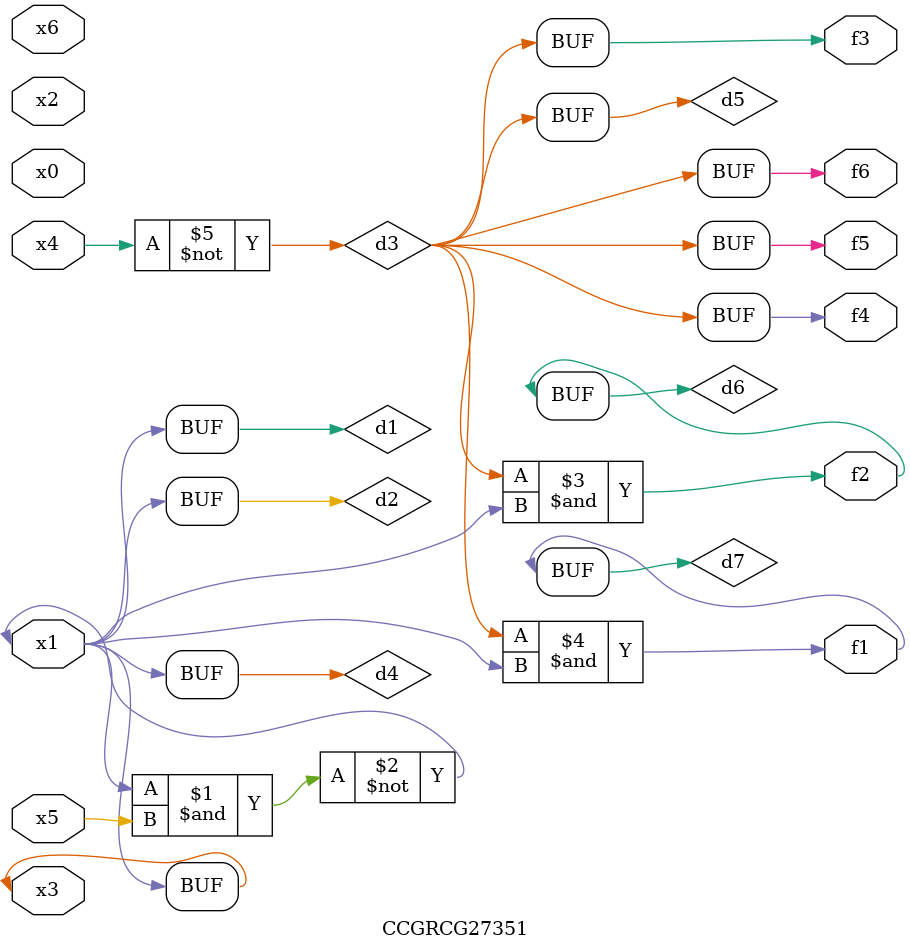
<source format=v>
module CCGRCG27351(
	input x0, x1, x2, x3, x4, x5, x6,
	output f1, f2, f3, f4, f5, f6
);

	wire d1, d2, d3, d4, d5, d6, d7;

	buf (d1, x1, x3);
	nand (d2, x1, x5);
	not (d3, x4);
	buf (d4, d1, d2);
	buf (d5, d3);
	and (d6, d3, d4);
	and (d7, d3, d4);
	assign f1 = d7;
	assign f2 = d6;
	assign f3 = d5;
	assign f4 = d5;
	assign f5 = d5;
	assign f6 = d5;
endmodule

</source>
